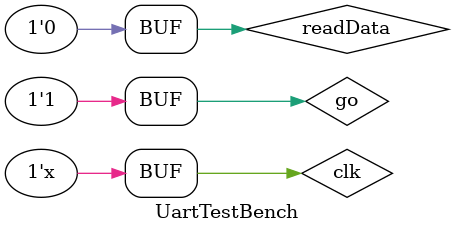
<source format=sv>
`timescale 1ns / 1ps

module UartTestBench;
logic clk = 0, go = 0,rx, done, newData = 0, readData = 0, ready;
logic [7:0]data = 0, dataOut;
UartTransmit UartUnderTest(clk, newData, data, rx, done);
UartReceive UartTester2(clk, readData, rx, ready, dataOut);
always #5 clk = !clk;
initial #30000 go = 1;
always @(posedge clk)
begin
  if(done && go)
  begin
    if(newData == 0)
      data <= data + 1;
    newData <= 1;
  end
  else
    newData <= 0;
end

endmodule

</source>
